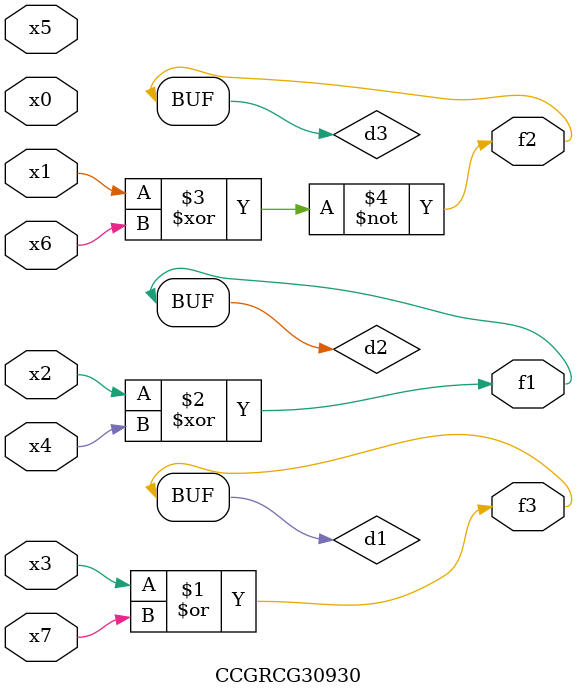
<source format=v>
module CCGRCG30930(
	input x0, x1, x2, x3, x4, x5, x6, x7,
	output f1, f2, f3
);

	wire d1, d2, d3;

	or (d1, x3, x7);
	xor (d2, x2, x4);
	xnor (d3, x1, x6);
	assign f1 = d2;
	assign f2 = d3;
	assign f3 = d1;
endmodule

</source>
